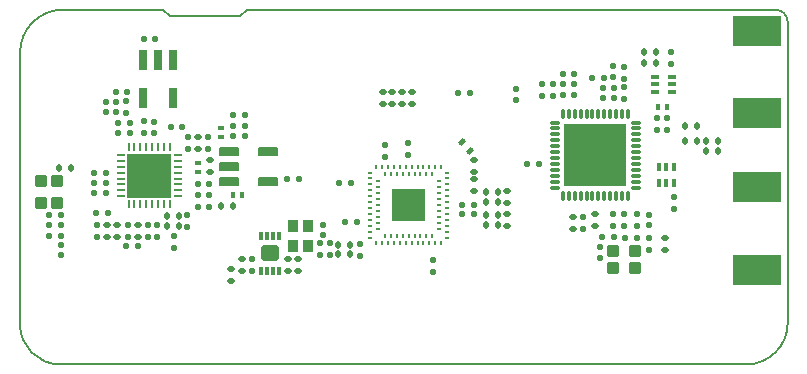
<source format=gbp>
G04*
G04 #@! TF.GenerationSoftware,Altium Limited,CircuitStudio,1.5.2 (30)*
G04*
G04 Layer_Color=16711833*
%FSLAX25Y25*%
%MOIN*%
G70*
G01*
G75*
G04:AMPARAMS|DCode=23|XSize=14.17mil|YSize=23mil|CornerRadius=0.71mil|HoleSize=0mil|Usage=FLASHONLY|Rotation=180.000|XOffset=0mil|YOffset=0mil|HoleType=Round|Shape=RoundedRectangle|*
%AMROUNDEDRECTD23*
21,1,0.01417,0.02158,0,0,180.0*
21,1,0.01276,0.02300,0,0,180.0*
1,1,0.00142,-0.00638,0.01079*
1,1,0.00142,0.00638,0.01079*
1,1,0.00142,0.00638,-0.01079*
1,1,0.00142,-0.00638,-0.01079*
%
%ADD23ROUNDEDRECTD23*%
G04:AMPARAMS|DCode=24|XSize=14.17mil|YSize=23mil|CornerRadius=0.71mil|HoleSize=0mil|Usage=FLASHONLY|Rotation=90.000|XOffset=0mil|YOffset=0mil|HoleType=Round|Shape=RoundedRectangle|*
%AMROUNDEDRECTD24*
21,1,0.01417,0.02158,0,0,90.0*
21,1,0.01276,0.02300,0,0,90.0*
1,1,0.00142,0.01079,0.00638*
1,1,0.00142,0.01079,-0.00638*
1,1,0.00142,-0.01079,-0.00638*
1,1,0.00142,-0.01079,0.00638*
%
%ADD24ROUNDEDRECTD24*%
G04:AMPARAMS|DCode=25|XSize=23.62mil|YSize=17.72mil|CornerRadius=4.43mil|HoleSize=0mil|Usage=FLASHONLY|Rotation=90.000|XOffset=0mil|YOffset=0mil|HoleType=Round|Shape=RoundedRectangle|*
%AMROUNDEDRECTD25*
21,1,0.02362,0.00886,0,0,90.0*
21,1,0.01476,0.01772,0,0,90.0*
1,1,0.00886,0.00443,0.00738*
1,1,0.00886,0.00443,-0.00738*
1,1,0.00886,-0.00443,-0.00738*
1,1,0.00886,-0.00443,0.00738*
%
%ADD25ROUNDEDRECTD25*%
G04:AMPARAMS|DCode=26|XSize=23.62mil|YSize=17.72mil|CornerRadius=4.43mil|HoleSize=0mil|Usage=FLASHONLY|Rotation=0.000|XOffset=0mil|YOffset=0mil|HoleType=Round|Shape=RoundedRectangle|*
%AMROUNDEDRECTD26*
21,1,0.02362,0.00886,0,0,0.0*
21,1,0.01476,0.01772,0,0,0.0*
1,1,0.00886,0.00738,-0.00443*
1,1,0.00886,-0.00738,-0.00443*
1,1,0.00886,-0.00738,0.00443*
1,1,0.00886,0.00738,0.00443*
%
%ADD26ROUNDEDRECTD26*%
%ADD29R,0.16496X0.10492*%
G04:AMPARAMS|DCode=32|XSize=21.65mil|YSize=17.72mil|CornerRadius=4.43mil|HoleSize=0mil|Usage=FLASHONLY|Rotation=90.000|XOffset=0mil|YOffset=0mil|HoleType=Round|Shape=RoundedRectangle|*
%AMROUNDEDRECTD32*
21,1,0.02165,0.00886,0,0,90.0*
21,1,0.01280,0.01772,0,0,90.0*
1,1,0.00886,0.00443,0.00640*
1,1,0.00886,0.00443,-0.00640*
1,1,0.00886,-0.00443,-0.00640*
1,1,0.00886,-0.00443,0.00640*
%
%ADD32ROUNDEDRECTD32*%
G04:AMPARAMS|DCode=33|XSize=21.65mil|YSize=17.72mil|CornerRadius=4.43mil|HoleSize=0mil|Usage=FLASHONLY|Rotation=180.000|XOffset=0mil|YOffset=0mil|HoleType=Round|Shape=RoundedRectangle|*
%AMROUNDEDRECTD33*
21,1,0.02165,0.00886,0,0,180.0*
21,1,0.01280,0.01772,0,0,180.0*
1,1,0.00886,-0.00640,0.00443*
1,1,0.00886,0.00640,0.00443*
1,1,0.00886,0.00640,-0.00443*
1,1,0.00886,-0.00640,-0.00443*
%
%ADD33ROUNDEDRECTD33*%
%ADD53C,0.00500*%
G04:AMPARAMS|DCode=73|XSize=65mil|YSize=30mil|CornerRadius=3mil|HoleSize=0mil|Usage=FLASHONLY|Rotation=180.000|XOffset=0mil|YOffset=0mil|HoleType=Round|Shape=RoundedRectangle|*
%AMROUNDEDRECTD73*
21,1,0.06500,0.02400,0,0,180.0*
21,1,0.05900,0.03000,0,0,180.0*
1,1,0.00600,-0.02950,0.01200*
1,1,0.00600,0.02950,0.01200*
1,1,0.00600,0.02950,-0.01200*
1,1,0.00600,-0.02950,-0.01200*
%
%ADD73ROUNDEDRECTD73*%
G04:AMPARAMS|DCode=74|XSize=35.43mil|YSize=43.31mil|CornerRadius=0.89mil|HoleSize=0mil|Usage=FLASHONLY|Rotation=0.000|XOffset=0mil|YOffset=0mil|HoleType=Round|Shape=RoundedRectangle|*
%AMROUNDEDRECTD74*
21,1,0.03543,0.04154,0,0,0.0*
21,1,0.03366,0.04331,0,0,0.0*
1,1,0.00177,0.01683,-0.02077*
1,1,0.00177,-0.01683,-0.02077*
1,1,0.00177,-0.01683,0.02077*
1,1,0.00177,0.01683,0.02077*
%
%ADD74ROUNDEDRECTD74*%
G04:AMPARAMS|DCode=75|XSize=64.96mil|YSize=29.92mil|CornerRadius=1.5mil|HoleSize=0mil|Usage=FLASHONLY|Rotation=90.000|XOffset=0mil|YOffset=0mil|HoleType=Round|Shape=RoundedRectangle|*
%AMROUNDEDRECTD75*
21,1,0.06496,0.02693,0,0,90.0*
21,1,0.06197,0.02992,0,0,90.0*
1,1,0.00299,0.01347,0.03098*
1,1,0.00299,0.01347,-0.03098*
1,1,0.00299,-0.01347,-0.03098*
1,1,0.00299,-0.01347,0.03098*
%
%ADD75ROUNDEDRECTD75*%
G04:AMPARAMS|DCode=76|XSize=23.62mil|YSize=17.72mil|CornerRadius=4.43mil|HoleSize=0mil|Usage=FLASHONLY|Rotation=225.000|XOffset=0mil|YOffset=0mil|HoleType=Round|Shape=RoundedRectangle|*
%AMROUNDEDRECTD76*
21,1,0.02362,0.00886,0,0,225.0*
21,1,0.01476,0.01772,0,0,225.0*
1,1,0.00886,-0.00835,-0.00209*
1,1,0.00886,0.00209,0.00835*
1,1,0.00886,0.00835,0.00209*
1,1,0.00886,-0.00209,-0.00835*
%
%ADD76ROUNDEDRECTD76*%
G04:AMPARAMS|DCode=77|XSize=25.59mil|YSize=13.78mil|CornerRadius=1.38mil|HoleSize=0mil|Usage=FLASHONLY|Rotation=90.000|XOffset=0mil|YOffset=0mil|HoleType=Round|Shape=RoundedRectangle|*
%AMROUNDEDRECTD77*
21,1,0.02559,0.01102,0,0,90.0*
21,1,0.02284,0.01378,0,0,90.0*
1,1,0.00276,0.00551,0.01142*
1,1,0.00276,0.00551,-0.01142*
1,1,0.00276,-0.00551,-0.01142*
1,1,0.00276,-0.00551,0.01142*
%
%ADD77ROUNDEDRECTD77*%
G04:AMPARAMS|DCode=78|XSize=25.59mil|YSize=13.78mil|CornerRadius=1.38mil|HoleSize=0mil|Usage=FLASHONLY|Rotation=180.000|XOffset=0mil|YOffset=0mil|HoleType=Round|Shape=RoundedRectangle|*
%AMROUNDEDRECTD78*
21,1,0.02559,0.01102,0,0,180.0*
21,1,0.02284,0.01378,0,0,180.0*
1,1,0.00276,-0.01142,0.00551*
1,1,0.00276,0.01142,0.00551*
1,1,0.00276,0.01142,-0.00551*
1,1,0.00276,-0.01142,-0.00551*
%
%ADD78ROUNDEDRECTD78*%
G04:AMPARAMS|DCode=79|XSize=29.53mil|YSize=11.81mil|CornerRadius=2.95mil|HoleSize=0mil|Usage=FLASHONLY|Rotation=270.000|XOffset=0mil|YOffset=0mil|HoleType=Round|Shape=RoundedRectangle|*
%AMROUNDEDRECTD79*
21,1,0.02953,0.00591,0,0,270.0*
21,1,0.02363,0.01181,0,0,270.0*
1,1,0.00591,-0.00295,-0.01181*
1,1,0.00591,-0.00295,0.01181*
1,1,0.00591,0.00295,0.01181*
1,1,0.00591,0.00295,-0.01181*
%
%ADD79ROUNDEDRECTD79*%
G04:AMPARAMS|DCode=80|XSize=57.09mil|YSize=53.15mil|CornerRadius=5.32mil|HoleSize=0mil|Usage=FLASHONLY|Rotation=180.000|XOffset=0mil|YOffset=0mil|HoleType=Round|Shape=RoundedRectangle|*
%AMROUNDEDRECTD80*
21,1,0.05709,0.04252,0,0,180.0*
21,1,0.04646,0.05315,0,0,180.0*
1,1,0.01063,-0.02323,0.02126*
1,1,0.01063,0.02323,0.02126*
1,1,0.01063,0.02323,-0.02126*
1,1,0.01063,-0.02323,-0.02126*
%
%ADD80ROUNDEDRECTD80*%
G04:AMPARAMS|DCode=81|XSize=15.75mil|YSize=8.66mil|CornerRadius=0.87mil|HoleSize=0mil|Usage=FLASHONLY|Rotation=180.000|XOffset=0mil|YOffset=0mil|HoleType=Round|Shape=RoundedRectangle|*
%AMROUNDEDRECTD81*
21,1,0.01575,0.00693,0,0,180.0*
21,1,0.01402,0.00866,0,0,180.0*
1,1,0.00173,-0.00701,0.00347*
1,1,0.00173,0.00701,0.00347*
1,1,0.00173,0.00701,-0.00347*
1,1,0.00173,-0.00701,-0.00347*
%
%ADD81ROUNDEDRECTD81*%
G04:AMPARAMS|DCode=82|XSize=15.75mil|YSize=8.66mil|CornerRadius=0.87mil|HoleSize=0mil|Usage=FLASHONLY|Rotation=90.000|XOffset=0mil|YOffset=0mil|HoleType=Round|Shape=RoundedRectangle|*
%AMROUNDEDRECTD82*
21,1,0.01575,0.00693,0,0,90.0*
21,1,0.01402,0.00866,0,0,90.0*
1,1,0.00173,0.00347,0.00701*
1,1,0.00173,0.00347,-0.00701*
1,1,0.00173,-0.00347,-0.00701*
1,1,0.00173,-0.00347,0.00701*
%
%ADD82ROUNDEDRECTD82*%
G04:AMPARAMS|DCode=84|XSize=33.47mil|YSize=11.81mil|CornerRadius=4.72mil|HoleSize=0mil|Usage=FLASHONLY|Rotation=180.000|XOffset=0mil|YOffset=0mil|HoleType=Round|Shape=RoundedRectangle|*
%AMROUNDEDRECTD84*
21,1,0.03347,0.00236,0,0,180.0*
21,1,0.02402,0.01181,0,0,180.0*
1,1,0.00945,-0.01201,0.00118*
1,1,0.00945,0.01201,0.00118*
1,1,0.00945,0.01201,-0.00118*
1,1,0.00945,-0.01201,-0.00118*
%
%ADD84ROUNDEDRECTD84*%
G04:AMPARAMS|DCode=85|XSize=33.47mil|YSize=11.81mil|CornerRadius=4.72mil|HoleSize=0mil|Usage=FLASHONLY|Rotation=90.000|XOffset=0mil|YOffset=0mil|HoleType=Round|Shape=RoundedRectangle|*
%AMROUNDEDRECTD85*
21,1,0.03347,0.00236,0,0,90.0*
21,1,0.02402,0.01181,0,0,90.0*
1,1,0.00945,0.00118,0.01201*
1,1,0.00945,0.00118,-0.01201*
1,1,0.00945,-0.00118,-0.01201*
1,1,0.00945,-0.00118,0.01201*
%
%ADD85ROUNDEDRECTD85*%
%ADD87R,0.14567X0.14567*%
%ADD88O,0.03150X0.00984*%
%ADD89O,0.00984X0.03150*%
G04:AMPARAMS|DCode=90|XSize=39.37mil|YSize=37.4mil|CornerRadius=1.87mil|HoleSize=0mil|Usage=FLASHONLY|Rotation=180.000|XOffset=0mil|YOffset=0mil|HoleType=Round|Shape=RoundedRectangle|*
%AMROUNDEDRECTD90*
21,1,0.03937,0.03366,0,0,180.0*
21,1,0.03563,0.03740,0,0,180.0*
1,1,0.00374,-0.01782,0.01683*
1,1,0.00374,0.01782,0.01683*
1,1,0.00374,0.01782,-0.01683*
1,1,0.00374,-0.01782,-0.01683*
%
%ADD90ROUNDEDRECTD90*%
G04:AMPARAMS|DCode=91|XSize=39.37mil|YSize=37.4mil|CornerRadius=1.87mil|HoleSize=0mil|Usage=FLASHONLY|Rotation=90.000|XOffset=0mil|YOffset=0mil|HoleType=Round|Shape=RoundedRectangle|*
%AMROUNDEDRECTD91*
21,1,0.03937,0.03366,0,0,90.0*
21,1,0.03563,0.03740,0,0,90.0*
1,1,0.00374,0.01683,0.01782*
1,1,0.00374,0.01683,-0.01782*
1,1,0.00374,-0.01683,-0.01782*
1,1,0.00374,-0.01683,0.01782*
%
%ADD91ROUNDEDRECTD91*%
G04:AMPARAMS|DCode=100|XSize=21.62mil|YSize=17.69mil|CornerRadius=3.92mil|HoleSize=0mil|Usage=FLASHONLY|Rotation=180.000|XOffset=0mil|YOffset=0mil|HoleType=Round|Shape=RoundedRectangle|*
%AMROUNDEDRECTD100*
21,1,0.02162,0.00984,0,0,180.0*
21,1,0.01378,0.01769,0,0,180.0*
1,1,0.00784,-0.00689,0.00492*
1,1,0.00784,0.00689,0.00492*
1,1,0.00784,0.00689,-0.00492*
1,1,0.00784,-0.00689,-0.00492*
%
%ADD100ROUNDEDRECTD100*%
G04:AMPARAMS|DCode=101|XSize=21.62mil|YSize=17.69mil|CornerRadius=3.92mil|HoleSize=0mil|Usage=FLASHONLY|Rotation=270.000|XOffset=0mil|YOffset=0mil|HoleType=Round|Shape=RoundedRectangle|*
%AMROUNDEDRECTD101*
21,1,0.02162,0.00984,0,0,270.0*
21,1,0.01378,0.01769,0,0,270.0*
1,1,0.00784,-0.00492,-0.00689*
1,1,0.00784,-0.00492,0.00689*
1,1,0.00784,0.00492,0.00689*
1,1,0.00784,0.00492,-0.00689*
%
%ADD101ROUNDEDRECTD101*%
G04:AMPARAMS|DCode=162|XSize=208.66mil|YSize=208.66mil|CornerRadius=0mil|HoleSize=0mil|Usage=FLASHONLY|Rotation=90.000|XOffset=0mil|YOffset=0mil|HoleType=Round|Shape=RoundedRectangle|*
%AMROUNDEDRECTD162*
21,1,0.20866,0.20866,0,0,90.0*
21,1,0.20866,0.20866,0,0,90.0*
1,1,0.00000,0.10433,0.10433*
1,1,0.00000,0.10433,-0.10433*
1,1,0.00000,-0.10433,-0.10433*
1,1,0.00000,-0.10433,0.10433*
%
%ADD162ROUNDEDRECTD162*%
G36*
X1169657Y747120D02*
X1158698D01*
Y758079D01*
X1169657D01*
Y747120D01*
D02*
G37*
D23*
X1250176Y785281D02*
D03*
X1247176D02*
D03*
X1108676Y755781D02*
D03*
X1105676D02*
D03*
D24*
X1094076Y766481D02*
D03*
Y763481D02*
D03*
X1101676Y778281D02*
D03*
Y775281D02*
D03*
D25*
X1144576Y736181D02*
D03*
X1140576D02*
D03*
X1087587Y749029D02*
D03*
X1083587D02*
D03*
X1144566Y739411D02*
D03*
X1140566D02*
D03*
X1194059Y745870D02*
D03*
X1190059D02*
D03*
X1105776Y752281D02*
D03*
X1101776D02*
D03*
X1087587Y745486D02*
D03*
X1083587D02*
D03*
X1194059Y749118D02*
D03*
X1190059D02*
D03*
X1194035Y753557D02*
D03*
X1190035D02*
D03*
X1194059Y756795D02*
D03*
X1190059D02*
D03*
X1263176Y773881D02*
D03*
X1267176D02*
D03*
X1263176Y770581D02*
D03*
X1267176D02*
D03*
X1256176Y773981D02*
D03*
X1260176D02*
D03*
X1256176Y778981D02*
D03*
X1260176D02*
D03*
X1047556Y764911D02*
D03*
X1051556D02*
D03*
X1242776Y803581D02*
D03*
X1246776D02*
D03*
X1242776Y800081D02*
D03*
X1246776D02*
D03*
D26*
X1097976Y763581D02*
D03*
Y767581D02*
D03*
X1226425Y749604D02*
D03*
Y745604D02*
D03*
X1063576Y742081D02*
D03*
Y746081D02*
D03*
X1094076Y771181D02*
D03*
Y775181D02*
D03*
X1067076Y746081D02*
D03*
Y742081D02*
D03*
X1073876D02*
D03*
Y746081D02*
D03*
X1104976Y731281D02*
D03*
Y727281D02*
D03*
X1185953Y761245D02*
D03*
Y757245D02*
D03*
X1186080Y767761D02*
D03*
Y763761D02*
D03*
X1218876Y744681D02*
D03*
Y748681D02*
D03*
X1196956Y749566D02*
D03*
Y745566D02*
D03*
X1196956Y757243D02*
D03*
Y753243D02*
D03*
X1155536Y790411D02*
D03*
Y786411D02*
D03*
X1158716Y790391D02*
D03*
Y786391D02*
D03*
X1161956Y790401D02*
D03*
Y786401D02*
D03*
X1165316Y790401D02*
D03*
Y786401D02*
D03*
X1108586Y730741D02*
D03*
Y734741D02*
D03*
X1127216Y730671D02*
D03*
Y734671D02*
D03*
X1124026Y730711D02*
D03*
Y734711D02*
D03*
X1249476Y741681D02*
D03*
Y737681D02*
D03*
D29*
X1280174Y783114D02*
D03*
Y810614D02*
D03*
Y730948D02*
D03*
Y758448D02*
D03*
D32*
X1066549Y786981D02*
D03*
X1063203D02*
D03*
X1066549Y783681D02*
D03*
X1063203D02*
D03*
D33*
X1232330Y795439D02*
D03*
Y798785D02*
D03*
X1244141Y749277D02*
D03*
Y745931D02*
D03*
X1048275Y736007D02*
D03*
Y739354D02*
D03*
X1135766Y745880D02*
D03*
Y742534D02*
D03*
D53*
X1290528Y813564D02*
G03*
X1286362Y817730I-4166J0D01*
G01*
X1048995D02*
G03*
X1034623Y803358I0J-14372D01*
G01*
X1034623Y712769D02*
G03*
X1047891Y699502I13268J0D01*
G01*
X1276749Y699502D02*
G03*
X1290528Y713281I0J13780D01*
G01*
X1107961Y815466D02*
X1110224Y817730D01*
X1048995D02*
X1082327D01*
X1084591Y815466D01*
X1290528Y767631D02*
Y813564D01*
X1110224Y817730D02*
X1286362D01*
X1290528Y713281D02*
Y718006D01*
X1034623Y796470D02*
Y803358D01*
X1084591Y815466D02*
X1107961D01*
X1290528Y718006D02*
Y767631D01*
X1034623Y712769D02*
X1034623Y796470D01*
X1047891Y699502D02*
X1276749Y699502D01*
D73*
X1117333Y770368D02*
D03*
Y760368D02*
D03*
X1104433Y770368D02*
D03*
Y765368D02*
D03*
Y760368D02*
D03*
D74*
X1130735Y738935D02*
D03*
X1125616D02*
D03*
Y745627D02*
D03*
X1130735D02*
D03*
D75*
X1075792Y788250D02*
D03*
X1085792D02*
D03*
X1075792Y801006D02*
D03*
X1085792D02*
D03*
X1080792D02*
D03*
D76*
X1184738Y770646D02*
D03*
X1181909Y773475D02*
D03*
D77*
X1247517Y765437D02*
D03*
X1250076D02*
D03*
X1252635D02*
D03*
X1247517Y759925D02*
D03*
X1250076D02*
D03*
X1252635D02*
D03*
D78*
X1246320Y790222D02*
D03*
Y792781D02*
D03*
Y795340D02*
D03*
X1251832Y790222D02*
D03*
Y792781D02*
D03*
Y795340D02*
D03*
D79*
X1114983Y742417D02*
D03*
X1116952D02*
D03*
X1118920D02*
D03*
X1120889D02*
D03*
Y730605D02*
D03*
X1118920D02*
D03*
X1116952D02*
D03*
X1114983D02*
D03*
D80*
X1117936Y736511D02*
D03*
D81*
X1176971Y763428D02*
D03*
Y761459D02*
D03*
Y759491D02*
D03*
Y757522D02*
D03*
Y755554D02*
D03*
Y753585D02*
D03*
Y751617D02*
D03*
Y749648D02*
D03*
Y747680D02*
D03*
Y745711D02*
D03*
Y743743D02*
D03*
Y741774D02*
D03*
X1151380D02*
D03*
Y743743D02*
D03*
Y745711D02*
D03*
Y747680D02*
D03*
Y749648D02*
D03*
Y751617D02*
D03*
Y753585D02*
D03*
Y755554D02*
D03*
Y757522D02*
D03*
Y759491D02*
D03*
Y761459D02*
D03*
Y763428D02*
D03*
X1174412Y760475D02*
D03*
Y758507D02*
D03*
Y756538D02*
D03*
Y754570D02*
D03*
Y752601D02*
D03*
Y750633D02*
D03*
Y748664D02*
D03*
Y746696D02*
D03*
Y744727D02*
D03*
X1153939D02*
D03*
Y746696D02*
D03*
Y748664D02*
D03*
Y750633D02*
D03*
Y752601D02*
D03*
Y754570D02*
D03*
Y756538D02*
D03*
Y758507D02*
D03*
Y760475D02*
D03*
D82*
X1175002Y739806D02*
D03*
X1173034D02*
D03*
X1171065D02*
D03*
X1169097D02*
D03*
X1167128D02*
D03*
X1165160D02*
D03*
X1163191D02*
D03*
X1161223D02*
D03*
X1159254D02*
D03*
X1157286D02*
D03*
X1155317D02*
D03*
X1153349D02*
D03*
Y765396D02*
D03*
X1155317D02*
D03*
X1157286D02*
D03*
X1159254D02*
D03*
X1161223D02*
D03*
X1163191D02*
D03*
X1165160D02*
D03*
X1167128D02*
D03*
X1169097D02*
D03*
X1171065D02*
D03*
X1173034D02*
D03*
X1175002D02*
D03*
X1172050Y742365D02*
D03*
X1170081D02*
D03*
X1168113D02*
D03*
X1166144D02*
D03*
X1164176D02*
D03*
X1162207D02*
D03*
X1160239D02*
D03*
X1158270D02*
D03*
X1156302D02*
D03*
Y762837D02*
D03*
X1158270D02*
D03*
X1160239D02*
D03*
X1162207D02*
D03*
X1164176D02*
D03*
X1166144D02*
D03*
X1168113D02*
D03*
X1170081D02*
D03*
X1172050D02*
D03*
D84*
X1240007Y780084D02*
D03*
Y778116D02*
D03*
Y776147D02*
D03*
Y774179D02*
D03*
Y772210D02*
D03*
Y770242D02*
D03*
Y768273D02*
D03*
Y766305D02*
D03*
Y764336D02*
D03*
Y762368D02*
D03*
Y760399D02*
D03*
Y758431D02*
D03*
X1212842D02*
D03*
Y760399D02*
D03*
Y762368D02*
D03*
Y764336D02*
D03*
Y766305D02*
D03*
Y768273D02*
D03*
Y770242D02*
D03*
Y772210D02*
D03*
Y774179D02*
D03*
Y776147D02*
D03*
Y778116D02*
D03*
Y780084D02*
D03*
D85*
X1237251Y755675D02*
D03*
X1235283D02*
D03*
X1233314D02*
D03*
X1231346D02*
D03*
X1229377D02*
D03*
X1227409D02*
D03*
X1225440D02*
D03*
X1223472D02*
D03*
X1221503D02*
D03*
X1219535D02*
D03*
X1217566D02*
D03*
X1215598D02*
D03*
Y782840D02*
D03*
X1217566D02*
D03*
X1219535D02*
D03*
X1221503D02*
D03*
X1223472D02*
D03*
X1225440D02*
D03*
X1227409D02*
D03*
X1229377D02*
D03*
X1231346D02*
D03*
X1233314D02*
D03*
X1235283D02*
D03*
X1237251D02*
D03*
D87*
X1077713Y762415D02*
D03*
D88*
X1087261Y755525D02*
D03*
Y757494D02*
D03*
Y759462D02*
D03*
Y761431D02*
D03*
Y763399D02*
D03*
Y765368D02*
D03*
Y767336D02*
D03*
Y769305D02*
D03*
X1068166D02*
D03*
Y767336D02*
D03*
Y765368D02*
D03*
Y763399D02*
D03*
Y761431D02*
D03*
Y759462D02*
D03*
Y757494D02*
D03*
Y755525D02*
D03*
D89*
X1084603Y771962D02*
D03*
X1082635D02*
D03*
X1080666D02*
D03*
X1078698D02*
D03*
X1076729D02*
D03*
X1074761D02*
D03*
X1072792D02*
D03*
X1070824D02*
D03*
Y752868D02*
D03*
X1072792D02*
D03*
X1074761D02*
D03*
X1076729D02*
D03*
X1078698D02*
D03*
X1080666D02*
D03*
X1082635D02*
D03*
X1084603D02*
D03*
D90*
X1232434Y737237D02*
D03*
Y731725D02*
D03*
X1239717D02*
D03*
Y737237D02*
D03*
D91*
X1047031Y760723D02*
D03*
X1041520D02*
D03*
Y753439D02*
D03*
X1047031D02*
D03*
D100*
X1251631Y803557D02*
D03*
Y799620D02*
D03*
X1250253Y781509D02*
D03*
Y777572D02*
D03*
X1236070Y745635D02*
D03*
Y749572D02*
D03*
X1252676Y751413D02*
D03*
Y755350D02*
D03*
X1069876Y783313D02*
D03*
Y787250D02*
D03*
X1090410Y749226D02*
D03*
Y745289D02*
D03*
X1227976Y734813D02*
D03*
Y738750D02*
D03*
X1080322Y746027D02*
D03*
Y742090D02*
D03*
X1077172Y746027D02*
D03*
Y742090D02*
D03*
X1070479D02*
D03*
Y746027D02*
D03*
X1079239Y776490D02*
D03*
Y780427D02*
D03*
X1076076Y776513D02*
D03*
Y780450D02*
D03*
X1060176Y742113D02*
D03*
Y746050D02*
D03*
X1164032Y769305D02*
D03*
Y773242D02*
D03*
X1172376Y730213D02*
D03*
Y734150D02*
D03*
X1147876Y735613D02*
D03*
Y739550D02*
D03*
X1156175Y772664D02*
D03*
Y768727D02*
D03*
X1097376Y771213D02*
D03*
Y775150D02*
D03*
X1208708Y792879D02*
D03*
Y788942D02*
D03*
X1212251D02*
D03*
Y792879D02*
D03*
X1232330Y745635D02*
D03*
Y749572D02*
D03*
X1222276Y748650D02*
D03*
Y744713D02*
D03*
X1247103Y781509D02*
D03*
Y777572D02*
D03*
X1236076Y791850D02*
D03*
Y787913D02*
D03*
X1240204Y749572D02*
D03*
Y745635D02*
D03*
X1244141Y737761D02*
D03*
Y741698D02*
D03*
X1111976Y734680D02*
D03*
Y730743D02*
D03*
X1090776Y771213D02*
D03*
Y775150D02*
D03*
X1085876Y742350D02*
D03*
Y738413D02*
D03*
X1199991Y791421D02*
D03*
Y787484D02*
D03*
X1134506Y735983D02*
D03*
Y739920D02*
D03*
X1137806Y736003D02*
D03*
Y739940D02*
D03*
X1236076Y794613D02*
D03*
Y798550D02*
D03*
D101*
X1182007Y752681D02*
D03*
X1185944D02*
D03*
Y749481D02*
D03*
X1182007D02*
D03*
X1105642Y775662D02*
D03*
X1109579D02*
D03*
X1105666Y779049D02*
D03*
X1109603D02*
D03*
X1105666Y782494D02*
D03*
X1109603D02*
D03*
X1075843Y807887D02*
D03*
X1079780D02*
D03*
X1123678Y761234D02*
D03*
X1127615D02*
D03*
X1093855Y752080D02*
D03*
X1097792D02*
D03*
X1093855Y755919D02*
D03*
X1097792D02*
D03*
X1071144Y779981D02*
D03*
X1067207D02*
D03*
X1071144Y776581D02*
D03*
X1067207D02*
D03*
X1088744Y778681D02*
D03*
X1084807D02*
D03*
X1093855Y759757D02*
D03*
X1097792D02*
D03*
X1070085Y738940D02*
D03*
X1074022D02*
D03*
X1063944Y750081D02*
D03*
X1060007D02*
D03*
X1063144Y756681D02*
D03*
X1059207D02*
D03*
X1059209Y760053D02*
D03*
X1063146D02*
D03*
X1147044Y747081D02*
D03*
X1143107D02*
D03*
X1141007Y759781D02*
D03*
X1144944D02*
D03*
X1219444Y796381D02*
D03*
X1215507D02*
D03*
X1228807Y788181D02*
D03*
X1232744D02*
D03*
X1228807Y791681D02*
D03*
X1232744D02*
D03*
X1215507Y792781D02*
D03*
X1219444D02*
D03*
X1215507Y789181D02*
D03*
X1219444D02*
D03*
X1225207Y794981D02*
D03*
X1229144D02*
D03*
X1203787Y766305D02*
D03*
X1207724D02*
D03*
X1228590Y741895D02*
D03*
X1232527D02*
D03*
X1236267Y741698D02*
D03*
X1240204D02*
D03*
X1063144Y763381D02*
D03*
X1059207D02*
D03*
X1044407Y745781D02*
D03*
X1048344D02*
D03*
X1044407Y742381D02*
D03*
X1048344D02*
D03*
X1066507Y790381D02*
D03*
X1070444D02*
D03*
X1044407Y749181D02*
D03*
X1048344D02*
D03*
X1184544Y790081D02*
D03*
X1180607D02*
D03*
D162*
X1226425Y769257D02*
D03*
M02*

</source>
